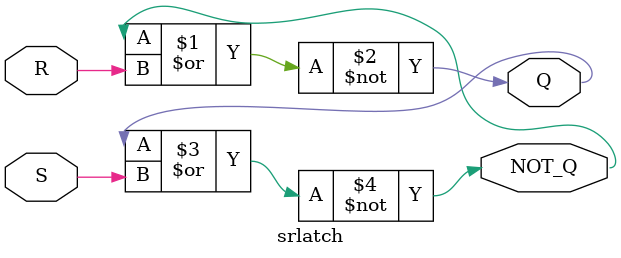
<source format=v>
module srlatch (
    input wire R,
    input wire S,
    output wire Q,
    output wire NOT_Q
);

assign Q = ~(NOT_Q | R);
assign NOT_Q = ~(Q | S);
    
endmodule
</source>
